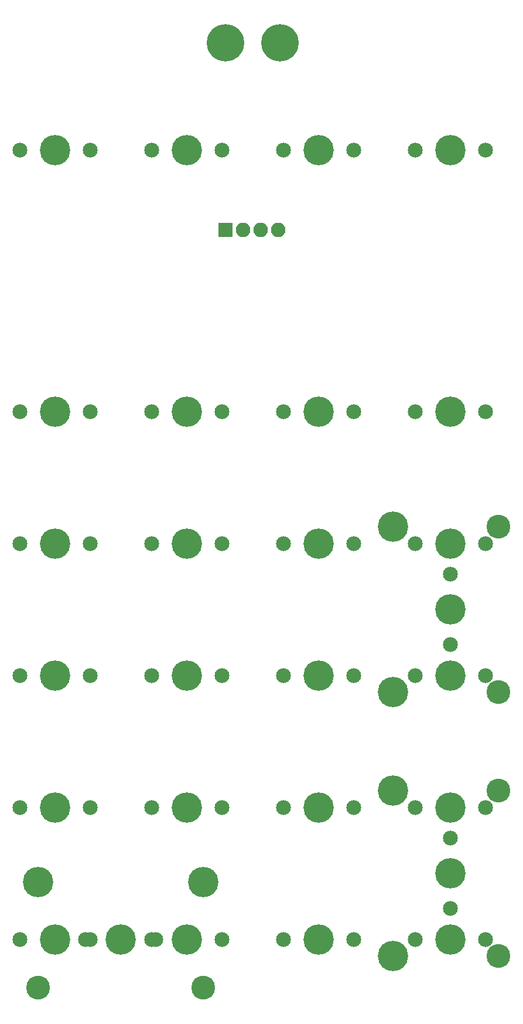
<source format=gts>
%TF.GenerationSoftware,KiCad,Pcbnew,(5.0.0)*%
%TF.CreationDate,2019-02-05T01:12:51-08:00*%
%TF.ProjectId,Voyager20,566F796167657232302E6B696361645F,rev?*%
%TF.SameCoordinates,Original*%
%TF.FileFunction,Soldermask,Top*%
%TF.FilePolarity,Negative*%
%FSLAX46Y46*%
G04 Gerber Fmt 4.6, Leading zero omitted, Abs format (unit mm)*
G04 Created by KiCad (PCBNEW (5.0.0)) date 02/05/19 01:12:51*
%MOMM*%
%LPD*%
G01*
G04 APERTURE LIST*
%ADD10C,2.150000*%
%ADD11C,4.387800*%
%ADD12C,3.448000*%
%ADD13O,2.100000X2.100000*%
%ADD14R,2.100000X2.100000*%
%ADD15C,5.400000*%
G04 APERTURE END LIST*
D10*
X90805000Y-96837500D03*
X80645000Y-96837500D03*
D11*
X85725000Y-96837500D03*
D10*
X52705000Y-39687500D03*
X42545000Y-39687500D03*
D11*
X47625000Y-39687500D03*
D10*
X71755000Y-39687500D03*
X61595000Y-39687500D03*
D11*
X66675000Y-39687500D03*
X85725000Y-39687500D03*
D10*
X80645000Y-39687500D03*
X90805000Y-39687500D03*
D11*
X104775000Y-39687500D03*
D10*
X99695000Y-39687500D03*
X109855000Y-39687500D03*
X52705000Y-58737500D03*
X42545000Y-58737500D03*
D11*
X47625000Y-58737500D03*
X66675000Y-58737500D03*
D10*
X61595000Y-58737500D03*
X71755000Y-58737500D03*
D11*
X85725000Y-58737500D03*
D10*
X80645000Y-58737500D03*
X90805000Y-58737500D03*
D11*
X104775000Y-58737500D03*
D10*
X99695000Y-58737500D03*
X109855000Y-58737500D03*
X52705000Y-77787500D03*
X42545000Y-77787500D03*
D11*
X47625000Y-77787500D03*
X66675000Y-77787500D03*
D10*
X61595000Y-77787500D03*
X71755000Y-77787500D03*
X90805000Y-77787500D03*
X80645000Y-77787500D03*
D11*
X85725000Y-77787500D03*
D10*
X109855000Y-77787500D03*
X99695000Y-77787500D03*
D11*
X104775000Y-77787500D03*
D10*
X52705000Y-96837500D03*
X42545000Y-96837500D03*
D11*
X47625000Y-96837500D03*
X66675000Y-96837500D03*
D10*
X61595000Y-96837500D03*
X71755000Y-96837500D03*
D11*
X104775000Y-96837500D03*
D10*
X99695000Y-96837500D03*
X109855000Y-96837500D03*
D11*
X47625000Y-115887500D03*
D10*
X42545000Y-115887500D03*
X52705000Y-115887500D03*
X71755000Y-115887500D03*
X61595000Y-115887500D03*
D11*
X66675000Y-115887500D03*
X85725000Y-115887500D03*
D10*
X80645000Y-115887500D03*
X90805000Y-115887500D03*
X109855000Y-115887500D03*
X99695000Y-115887500D03*
D11*
X104775000Y-115887500D03*
X104775000Y-68262500D03*
D10*
X104775000Y-73342500D03*
X104775000Y-63182500D03*
D12*
X111760000Y-80200500D03*
X111760000Y-56324500D03*
D11*
X96520000Y-80200500D03*
X96520000Y-56324500D03*
X96520000Y-94424500D03*
X96520000Y-118300500D03*
D12*
X111760000Y-94424500D03*
X111760000Y-118300500D03*
D10*
X104775000Y-101282500D03*
X104775000Y-111442500D03*
D11*
X104775000Y-106362500D03*
X57150000Y-115887500D03*
D10*
X52070000Y-115887500D03*
X62230000Y-115887500D03*
D12*
X45212000Y-122872500D03*
X69088000Y-122872500D03*
D11*
X45212000Y-107632500D03*
X69088000Y-107632500D03*
X47625000Y-1981200D03*
D10*
X42545000Y-1981200D03*
X52705000Y-1981200D03*
X71755000Y-1981200D03*
X61595000Y-1981200D03*
D11*
X66675000Y-1981200D03*
X85725000Y-1981200D03*
D10*
X80645000Y-1981200D03*
X90805000Y-1981200D03*
X109855000Y-1981200D03*
X99695000Y-1981200D03*
D11*
X104775000Y-1981200D03*
D13*
X79851250Y-13493750D03*
X77311250Y-13493750D03*
X74771250Y-13493750D03*
D14*
X72231250Y-13493750D03*
D15*
X80168750Y13493750D03*
X72231250Y13493750D03*
M02*

</source>
